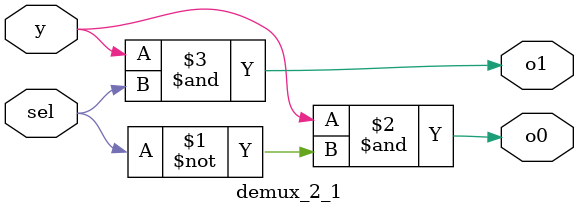
<source format=v>
module demux_2_1(
input y,
input sel,
output o0,o1);
//sel->0 ; y->o0
//sel->1 ; y->o1
assign o0= y & (~sel);
assign o1= y & sel;
endmodule

</source>
